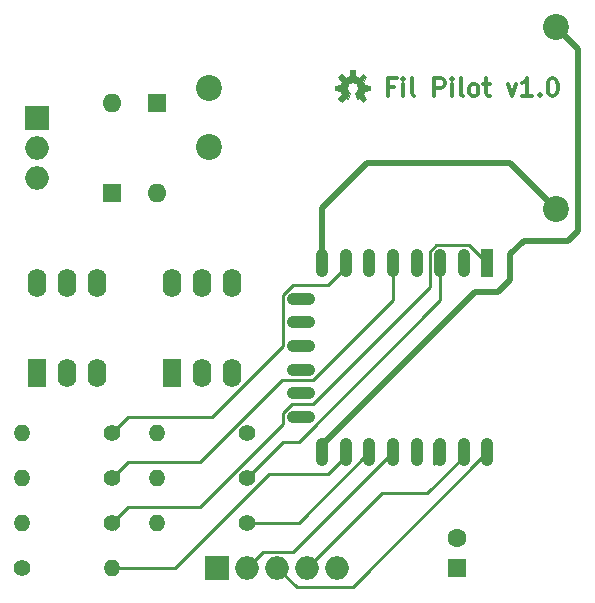
<source format=gbr>
G04 #@! TF.GenerationSoftware,KiCad,Pcbnew,(5.1.7-0-10_14)*
G04 #@! TF.CreationDate,2020-11-17T17:39:49+01:00*
G04 #@! TF.ProjectId,Pilot_Wire_v1,50696c6f-745f-4576-9972-655f76312e6b,1.0*
G04 #@! TF.SameCoordinates,Original*
G04 #@! TF.FileFunction,Copper,L1,Top*
G04 #@! TF.FilePolarity,Positive*
%FSLAX46Y46*%
G04 Gerber Fmt 4.6, Leading zero omitted, Abs format (unit mm)*
G04 Created by KiCad (PCBNEW (5.1.7-0-10_14)) date 2020-11-17 17:39:49*
%MOMM*%
%LPD*%
G01*
G04 APERTURE LIST*
G04 #@! TA.AperFunction,NonConductor*
%ADD10C,0.300000*%
G04 #@! TD*
G04 #@! TA.AperFunction,EtchedComponent*
%ADD11C,0.010000*%
G04 #@! TD*
G04 #@! TA.AperFunction,ComponentPad*
%ADD12C,1.400000*%
G04 #@! TD*
G04 #@! TA.AperFunction,ComponentPad*
%ADD13O,1.400000X1.400000*%
G04 #@! TD*
G04 #@! TA.AperFunction,ComponentPad*
%ADD14R,1.600000X2.400000*%
G04 #@! TD*
G04 #@! TA.AperFunction,ComponentPad*
%ADD15O,1.600000X2.400000*%
G04 #@! TD*
G04 #@! TA.AperFunction,SMDPad,CuDef*
%ADD16O,1.100000X2.400000*%
G04 #@! TD*
G04 #@! TA.AperFunction,SMDPad,CuDef*
%ADD17R,1.100000X2.400000*%
G04 #@! TD*
G04 #@! TA.AperFunction,SMDPad,CuDef*
%ADD18O,2.400000X1.100000*%
G04 #@! TD*
G04 #@! TA.AperFunction,ComponentPad*
%ADD19C,2.200000*%
G04 #@! TD*
G04 #@! TA.AperFunction,ComponentPad*
%ADD20O,2.000000X2.000000*%
G04 #@! TD*
G04 #@! TA.AperFunction,ComponentPad*
%ADD21R,2.000000X2.000000*%
G04 #@! TD*
G04 #@! TA.AperFunction,ComponentPad*
%ADD22O,1.998980X1.998980*%
G04 #@! TD*
G04 #@! TA.AperFunction,ComponentPad*
%ADD23R,1.998980X1.998980*%
G04 #@! TD*
G04 #@! TA.AperFunction,ComponentPad*
%ADD24R,1.600000X1.600000*%
G04 #@! TD*
G04 #@! TA.AperFunction,ComponentPad*
%ADD25O,1.600000X1.600000*%
G04 #@! TD*
G04 #@! TA.AperFunction,ComponentPad*
%ADD26C,1.600000*%
G04 #@! TD*
G04 #@! TA.AperFunction,Conductor*
%ADD27C,0.250000*%
G04 #@! TD*
G04 #@! TA.AperFunction,Conductor*
%ADD28C,0.500000*%
G04 #@! TD*
G04 APERTURE END LIST*
D10*
X149567142Y-34182857D02*
X149067142Y-34182857D01*
X149067142Y-34968571D02*
X149067142Y-33468571D01*
X149781428Y-33468571D01*
X150352857Y-34968571D02*
X150352857Y-33968571D01*
X150352857Y-33468571D02*
X150281428Y-33540000D01*
X150352857Y-33611428D01*
X150424285Y-33540000D01*
X150352857Y-33468571D01*
X150352857Y-33611428D01*
X151281428Y-34968571D02*
X151138571Y-34897142D01*
X151067142Y-34754285D01*
X151067142Y-33468571D01*
X152995714Y-34968571D02*
X152995714Y-33468571D01*
X153567142Y-33468571D01*
X153710000Y-33540000D01*
X153781428Y-33611428D01*
X153852857Y-33754285D01*
X153852857Y-33968571D01*
X153781428Y-34111428D01*
X153710000Y-34182857D01*
X153567142Y-34254285D01*
X152995714Y-34254285D01*
X154495714Y-34968571D02*
X154495714Y-33968571D01*
X154495714Y-33468571D02*
X154424285Y-33540000D01*
X154495714Y-33611428D01*
X154567142Y-33540000D01*
X154495714Y-33468571D01*
X154495714Y-33611428D01*
X155424285Y-34968571D02*
X155281428Y-34897142D01*
X155210000Y-34754285D01*
X155210000Y-33468571D01*
X156210000Y-34968571D02*
X156067142Y-34897142D01*
X155995714Y-34825714D01*
X155924285Y-34682857D01*
X155924285Y-34254285D01*
X155995714Y-34111428D01*
X156067142Y-34040000D01*
X156210000Y-33968571D01*
X156424285Y-33968571D01*
X156567142Y-34040000D01*
X156638571Y-34111428D01*
X156710000Y-34254285D01*
X156710000Y-34682857D01*
X156638571Y-34825714D01*
X156567142Y-34897142D01*
X156424285Y-34968571D01*
X156210000Y-34968571D01*
X157138571Y-33968571D02*
X157710000Y-33968571D01*
X157352857Y-33468571D02*
X157352857Y-34754285D01*
X157424285Y-34897142D01*
X157567142Y-34968571D01*
X157710000Y-34968571D01*
X159210000Y-33968571D02*
X159567142Y-34968571D01*
X159924285Y-33968571D01*
X161281428Y-34968571D02*
X160424285Y-34968571D01*
X160852857Y-34968571D02*
X160852857Y-33468571D01*
X160710000Y-33682857D01*
X160567142Y-33825714D01*
X160424285Y-33897142D01*
X161924285Y-34825714D02*
X161995714Y-34897142D01*
X161924285Y-34968571D01*
X161852857Y-34897142D01*
X161924285Y-34825714D01*
X161924285Y-34968571D01*
X162924285Y-33468571D02*
X163067142Y-33468571D01*
X163210000Y-33540000D01*
X163281428Y-33611428D01*
X163352857Y-33754285D01*
X163424285Y-34040000D01*
X163424285Y-34397142D01*
X163352857Y-34682857D01*
X163281428Y-34825714D01*
X163210000Y-34897142D01*
X163067142Y-34968571D01*
X162924285Y-34968571D01*
X162781428Y-34897142D01*
X162710000Y-34825714D01*
X162638571Y-34682857D01*
X162567142Y-34397142D01*
X162567142Y-34040000D01*
X162638571Y-33754285D01*
X162710000Y-33611428D01*
X162781428Y-33540000D01*
X162924285Y-33468571D01*
D11*
G36*
X146443700Y-35242500D02*
G01*
X146596100Y-35163760D01*
X146972020Y-35471100D01*
X147231100Y-35212020D01*
X146923760Y-34836100D01*
X147002500Y-34683700D01*
X147053300Y-34521140D01*
X147538440Y-34470340D01*
X147538440Y-34109660D01*
X147053300Y-34058860D01*
X147002500Y-33896300D01*
X146923760Y-33743900D01*
X147231100Y-33367980D01*
X146972020Y-33108900D01*
X146596100Y-33416240D01*
X146443700Y-33337500D01*
X146281140Y-33286700D01*
X146230340Y-32801560D01*
X145869660Y-32801560D01*
X145818860Y-33286700D01*
X145656300Y-33337500D01*
X145503900Y-33416240D01*
X145127980Y-33108900D01*
X144868900Y-33367980D01*
X145176240Y-33743900D01*
X145097500Y-33896300D01*
X145046700Y-34058860D01*
X144561560Y-34109660D01*
X144561560Y-34470340D01*
X145046700Y-34521140D01*
X145097500Y-34683700D01*
X145176240Y-34836100D01*
X144868900Y-35212020D01*
X145127980Y-35471100D01*
X145503900Y-35163760D01*
X145656300Y-35242500D01*
X145872200Y-34721800D01*
X145775680Y-34668460D01*
X145694400Y-34592260D01*
X145633440Y-34500820D01*
X145595340Y-34399220D01*
X145582640Y-34290000D01*
X145595340Y-34180780D01*
X145635980Y-34074100D01*
X145699480Y-33982660D01*
X145783300Y-33906460D01*
X145882360Y-33855660D01*
X145989040Y-33827720D01*
X146100800Y-33825180D01*
X146210020Y-33850580D01*
X146309080Y-33901380D01*
X146395440Y-33975040D01*
X146458940Y-34066480D01*
X146502120Y-34170620D01*
X146517360Y-34279840D01*
X146507200Y-34389060D01*
X146469100Y-34495740D01*
X146408140Y-34589720D01*
X146326860Y-34665920D01*
X146227800Y-34721800D01*
X146443700Y-35242500D01*
G37*
X146443700Y-35242500D02*
X146596100Y-35163760D01*
X146972020Y-35471100D01*
X147231100Y-35212020D01*
X146923760Y-34836100D01*
X147002500Y-34683700D01*
X147053300Y-34521140D01*
X147538440Y-34470340D01*
X147538440Y-34109660D01*
X147053300Y-34058860D01*
X147002500Y-33896300D01*
X146923760Y-33743900D01*
X147231100Y-33367980D01*
X146972020Y-33108900D01*
X146596100Y-33416240D01*
X146443700Y-33337500D01*
X146281140Y-33286700D01*
X146230340Y-32801560D01*
X145869660Y-32801560D01*
X145818860Y-33286700D01*
X145656300Y-33337500D01*
X145503900Y-33416240D01*
X145127980Y-33108900D01*
X144868900Y-33367980D01*
X145176240Y-33743900D01*
X145097500Y-33896300D01*
X145046700Y-34058860D01*
X144561560Y-34109660D01*
X144561560Y-34470340D01*
X145046700Y-34521140D01*
X145097500Y-34683700D01*
X145176240Y-34836100D01*
X144868900Y-35212020D01*
X145127980Y-35471100D01*
X145503900Y-35163760D01*
X145656300Y-35242500D01*
X145872200Y-34721800D01*
X145775680Y-34668460D01*
X145694400Y-34592260D01*
X145633440Y-34500820D01*
X145595340Y-34399220D01*
X145582640Y-34290000D01*
X145595340Y-34180780D01*
X145635980Y-34074100D01*
X145699480Y-33982660D01*
X145783300Y-33906460D01*
X145882360Y-33855660D01*
X145989040Y-33827720D01*
X146100800Y-33825180D01*
X146210020Y-33850580D01*
X146309080Y-33901380D01*
X146395440Y-33975040D01*
X146458940Y-34066480D01*
X146502120Y-34170620D01*
X146517360Y-34279840D01*
X146507200Y-34389060D01*
X146469100Y-34495740D01*
X146408140Y-34589720D01*
X146326860Y-34665920D01*
X146227800Y-34721800D01*
X146443700Y-35242500D01*
D12*
X137160000Y-67310000D03*
D13*
X129540000Y-67310000D03*
D14*
X130810000Y-58420000D03*
D15*
X135890000Y-50800000D03*
X133350000Y-58420000D03*
X133350000Y-50800000D03*
X135890000Y-58420000D03*
X130810000Y-50800000D03*
D14*
X119380000Y-58420000D03*
D15*
X124460000Y-50800000D03*
X121920000Y-58420000D03*
X121920000Y-50800000D03*
X124460000Y-58420000D03*
X119380000Y-50800000D03*
D16*
X157480000Y-65150000D03*
X155480000Y-65150000D03*
X153480000Y-65150000D03*
X151480000Y-65150000D03*
X149480000Y-65150000D03*
X147480000Y-65150000D03*
X145480000Y-65150000D03*
X143480000Y-65150000D03*
X143480000Y-49150000D03*
X145480000Y-49150000D03*
X147480000Y-49150000D03*
X149480000Y-49150000D03*
X151480000Y-49150000D03*
X153480000Y-49150000D03*
X155480000Y-49150000D03*
D17*
X157480000Y-49150000D03*
D18*
X141730000Y-62140000D03*
X141730000Y-60140000D03*
X141730000Y-58140000D03*
X141730000Y-56140000D03*
X141730000Y-54140000D03*
X141730000Y-52140000D03*
D12*
X137160000Y-63500000D03*
D13*
X129540000Y-63500000D03*
D12*
X137160000Y-71120000D03*
D13*
X129540000Y-71120000D03*
D12*
X125730000Y-63500000D03*
D13*
X118110000Y-63500000D03*
D12*
X125730000Y-67310000D03*
D13*
X118110000Y-67310000D03*
D12*
X118110000Y-74930000D03*
D13*
X125730000Y-74930000D03*
D12*
X125730000Y-71120000D03*
D13*
X118110000Y-71120000D03*
D19*
X163290000Y-44530000D03*
X163290000Y-29130000D03*
X133890000Y-39330000D03*
X133890000Y-34330000D03*
D20*
X144780000Y-74930000D03*
X142240000Y-74930000D03*
X139700000Y-74930000D03*
X137160000Y-74930000D03*
D21*
X134620000Y-74930000D03*
D22*
X119380000Y-41910000D03*
D23*
X119380000Y-36830000D03*
D22*
X119380000Y-39370000D03*
D24*
X125730000Y-43180000D03*
D25*
X125730000Y-35560000D03*
D24*
X129540000Y-35560000D03*
D25*
X129540000Y-43180000D03*
D24*
X154940000Y-74930000D03*
D26*
X154940000Y-72430000D03*
D27*
X152954990Y-64387539D02*
X152954990Y-66162441D01*
X153830000Y-64626139D02*
X153830000Y-65150000D01*
D28*
X143480000Y-49150000D02*
X143480000Y-44480000D01*
X143480000Y-44480000D02*
X147320000Y-40640000D01*
X159400000Y-40640000D02*
X163290000Y-44530000D01*
X147320000Y-40640000D02*
X159400000Y-40640000D01*
X143480000Y-65150000D02*
X143480000Y-64661509D01*
X143480000Y-64500000D02*
X156402760Y-51577240D01*
X143480000Y-65150000D02*
X143480000Y-64500000D01*
X156402760Y-51577240D02*
X158348680Y-51577240D01*
X158348680Y-51577240D02*
X159412940Y-50512980D01*
X159412940Y-50512980D02*
X159412940Y-48379380D01*
X159412940Y-48379380D02*
X160543240Y-47249080D01*
X160543240Y-47249080D02*
X164307520Y-47249080D01*
X164389999Y-30229999D02*
X163290000Y-29130000D01*
X165140001Y-30980001D02*
X164389999Y-30229999D01*
X165140001Y-46416599D02*
X165140001Y-30980001D01*
X164307520Y-47249080D02*
X165140001Y-46416599D01*
D27*
X152400000Y-68580000D02*
X155480000Y-65500000D01*
X148590000Y-68580000D02*
X152400000Y-68580000D01*
X155480000Y-65500000D02*
X155480000Y-65150000D01*
X142240000Y-74930000D02*
X148590000Y-68580000D01*
X146074999Y-76555001D02*
X157480000Y-65150000D01*
X141325001Y-76555001D02*
X146074999Y-76555001D01*
X139700000Y-74930000D02*
X141325001Y-76555001D01*
X141025001Y-73604999D02*
X149480000Y-65150000D01*
X138485001Y-73604999D02*
X141025001Y-73604999D01*
X137160000Y-74930000D02*
X138485001Y-73604999D01*
X125974999Y-71612001D02*
X125974999Y-70627999D01*
X140967539Y-61015010D02*
X142742441Y-61015010D01*
X152604990Y-51152461D02*
X152604990Y-48137559D01*
X140204990Y-61777559D02*
X140967539Y-61015010D01*
X142742441Y-61015010D02*
X152604990Y-51152461D01*
X140204990Y-62748008D02*
X140204990Y-61777559D01*
X155954990Y-47624990D02*
X157480000Y-49150000D01*
X153117559Y-47624990D02*
X155954990Y-47624990D01*
X152604990Y-48137559D02*
X153117559Y-47624990D01*
X133157999Y-69794999D02*
X140204990Y-62748008D01*
X127055001Y-69794999D02*
X133157999Y-69794999D01*
X125730000Y-71120000D02*
X127055001Y-69794999D01*
X153480000Y-50600000D02*
X153480000Y-49150000D01*
X137160000Y-67310000D02*
X140204990Y-64265010D01*
X153480000Y-52277451D02*
X153480000Y-49150000D01*
X141492441Y-64265010D02*
X153480000Y-52277451D01*
X140204990Y-64265010D02*
X141492441Y-64265010D01*
X145480000Y-65461715D02*
X145480000Y-65150000D01*
X139011992Y-66975010D02*
X143966705Y-66975010D01*
X143966705Y-66975010D02*
X145480000Y-65461715D01*
X131057002Y-74930000D02*
X139011992Y-66975010D01*
X125730000Y-74930000D02*
X131057002Y-74930000D01*
X149480000Y-52277451D02*
X149480000Y-49150000D01*
X142742441Y-59015010D02*
X149480000Y-52277451D01*
X140127988Y-59015010D02*
X142742441Y-59015010D01*
X133157999Y-65984999D02*
X140127988Y-59015010D01*
X127055001Y-65984999D02*
X133157999Y-65984999D01*
X125730000Y-67310000D02*
X127055001Y-65984999D01*
X145480000Y-49461715D02*
X145480000Y-49150000D01*
X143966705Y-50975010D02*
X145480000Y-49461715D01*
X141007539Y-50975010D02*
X143966705Y-50975010D01*
X140204990Y-56096014D02*
X140204990Y-51777559D01*
X140204990Y-51777559D02*
X141007539Y-50975010D01*
X134126005Y-62174999D02*
X140204990Y-56096014D01*
X127055001Y-62174999D02*
X134126005Y-62174999D01*
X125730000Y-63500000D02*
X127055001Y-62174999D01*
X141510000Y-71120000D02*
X147480000Y-65150000D01*
X137160000Y-71120000D02*
X141510000Y-71120000D01*
M02*

</source>
